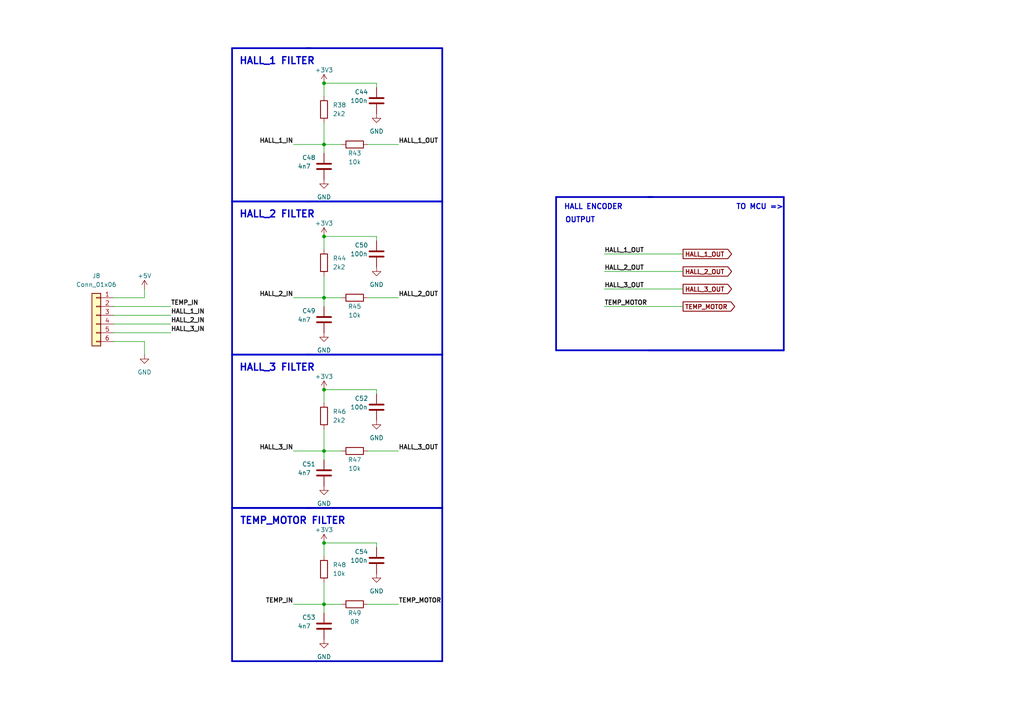
<source format=kicad_sch>
(kicad_sch (version 20230121) (generator eeschema)
  (paper "A4")
  (lib_symbols
    (symbol "Connector_Generic:Conn_01x06" (pin_names (offset 1.016) hide)
      (property "Reference" "J" (at 0 7.62 0))
      (property "Value" "Conn_01x06" (at 0 -10.16 0))
      (symbol "Conn_01x06_1_1"
        (rectangle (start -1.27 -7.493) (end 0 -7.747) (stroke (width 0.1524)))
        (rectangle (start -1.27 -4.953) (end 0 -5.207) (stroke (width 0.1524)))
        (rectangle (start -1.27 -2.413) (end 0 -2.667) (stroke (width 0.1524)))
        (rectangle (start -1.27 0.127) (end 0 -0.127) (stroke (width 0.1524)))
        (rectangle (start -1.27 2.667) (end 0 2.413) (stroke (width 0.1524)))
        (rectangle (start -1.27 5.207) (end 0 4.953) (stroke (width 0.1524)))
        (rectangle (start -1.27 6.35) (end 1.27 -8.89) (stroke (width 0.254)) (fill (type background)))
        (pin passive line (at -5.08 5.08 0) (length 3.81) (name "Pin_1") (number "1"))
        (pin passive line (at -5.08 2.54 0) (length 3.81) (name "Pin_2") (number "2"))
        (pin passive line (at -5.08 0 0) (length 3.81) (name "Pin_3") (number "3"))
        (pin passive line (at -5.08 -2.54 0) (length 3.81) (name "Pin_4") (number "4"))
        (pin passive line (at -5.08 -5.08 0) (length 3.81) (name "Pin_5") (number "5"))
        (pin passive line (at -5.08 -7.62 0) (length 3.81) (name "Pin_6") (number "6"))
      )
    )
    (symbol "Device:C" (pin_numbers hide) (pin_names (offset 0.254))
      (property "Reference" "C" (at 0.635 2.54 0))
      (property "Value" "C" (at 0.635 -2.54 0))
      (symbol "C_0_1"
        (polyline (pts (xy -2.032 -0.762) (xy 2.032 -0.762)) (stroke (width 0.508)))
        (polyline (pts (xy -2.032 0.762) (xy 2.032 0.762)) (stroke (width 0.508)))
      )
      (symbol "C_1_1"
        (pin passive line (at 0 3.81 270) (length 2.794) (name "~") (number "1"))
        (pin passive line (at 0 -3.81 90) (length 2.794) (name "~") (number "2"))
      )
    )
    (symbol "Device:R" (pin_numbers hide) (pin_names (offset 0))
      (property "Reference" "R" (at 2.032 0 90))
      (property "Value" "R" (at 0 0 90))
      (symbol "R_0_1"
        (rectangle (start -1.016 -2.54) (end 1.016 2.54) (stroke (width 0.254)))
      )
      (symbol "R_1_1"
        (pin passive line (at 0 3.81 270) (length 1.27) (name "~") (number "1"))
        (pin passive line (at 0 -3.81 90) (length 1.27) (name "~") (number "2"))
      )
    )
    (symbol "power:+3V3" (power) (pin_names (offset 0))
      (property "Value" "+3V3" (at 0 3.556 0))
      (symbol "+3V3_0_1"
        (polyline (pts (xy -0.762 1.27) (xy 0 2.54)))
        (polyline (pts (xy 0 0) (xy 0 2.54)))
        (polyline (pts (xy 0 2.54) (xy 0.762 1.27)))
      )
      (symbol "+3V3_1_1"
        (pin power_in line (at 0 0 90) (length 0) hide (name "+3V3") (number "1"))
      )
    )
    (symbol "power:+5V" (power) (pin_names (offset 0))
      (property "Value" "+5V" (at 0 3.556 0))
      (symbol "+5V_0_1"
        (polyline (pts (xy -0.762 1.27) (xy 0 2.54)))
        (polyline (pts (xy 0 0) (xy 0 2.54)))
        (polyline (pts (xy 0 2.54) (xy 0.762 1.27)))
      )
      (symbol "+5V_1_1"
        (pin power_in line (at 0 0 90) (length 0) hide (name "+5V") (number "1"))
      )
    )
    (symbol "power:GND" (power) (pin_names (offset 0))
      (property "Value" "GND" (at 0 -3.81 0))
      (symbol "GND_0_1"
        (polyline (pts (xy 0 0) (xy 0 -1.27) (xy 1.27 -1.27) (xy 0 -2.54) (xy -1.27 -1.27) (xy 0 -1.27)))
      )
      (symbol "GND_1_1"
        (pin power_in line (at 0 0 270) (length 0) hide (name "GND") (number "1"))
      )
    )
  )
  (junction (at 93.98 113.03))
  (junction (at 93.98 24.13))
  (junction (at 93.98 130.81))
  (junction (at 93.98 68.58))
  (junction (at 93.98 157.48))
  (junction (at 93.98 86.36))
  (junction (at 93.98 175.26))
  (junction (at 93.98 41.91))
  (polyline (pts (xy 128.27 58.42) (xy 67.31 58.42)) (stroke (width 0.5)))
  (wire (pts (xy 175.26 88.9) (xy 198.12 88.9)))
  (wire (pts (xy 93.98 175.26) (xy 85.09 175.26)))
  (polyline (pts (xy 161.29 101.6) (xy 161.29 57.15)) (stroke (width 0.5)))
  (wire (pts (xy 109.22 157.48) (xy 93.98 157.48)))
  (wire (pts (xy 93.98 24.13) (xy 93.98 27.94)))
  (wire (pts (xy 106.68 41.91) (xy 115.57 41.91)))
  (wire (pts (xy 99.06 86.36) (xy 93.98 86.36)))
  (polyline (pts (xy 67.31 147.32) (xy 90.17 147.32)) (stroke (width 0.5)))
  (wire (pts (xy 93.98 86.36) (xy 85.09 86.36)))
  (wire (pts (xy 41.91 102.87) (xy 41.91 99.06)))
  (polyline (pts (xy 88.9 102.87) (xy 128.27 102.87)) (stroke (width 0.5)))
  (wire (pts (xy 175.26 78.74) (xy 198.12 78.74)))
  (polyline (pts (xy 161.29 57.15) (xy 189.23 57.15)) (stroke (width 0.5)))
  (polyline (pts (xy 67.31 58.42) (xy 67.31 13.97)) (stroke (width 0.5)))
  (wire (pts (xy 93.98 157.48) (xy 93.98 161.29)))
  (wire (pts (xy 93.98 113.03) (xy 93.98 116.84)))
  (wire (pts (xy 109.22 25.4) (xy 109.22 24.13)))
  (wire (pts (xy 93.98 86.36) (xy 93.98 88.9)))
  (wire (pts (xy 106.68 175.26) (xy 115.57 175.26)))
  (wire (pts (xy 33.02 99.06) (xy 41.91 99.06)))
  (wire (pts (xy 41.91 83.82) (xy 41.91 86.36)))
  (polyline (pts (xy 227.33 57.15) (xy 227.33 101.6)) (stroke (width 0.5)))
  (wire (pts (xy 175.26 73.66) (xy 198.12 73.66)))
  (wire (pts (xy 93.98 175.26) (xy 93.98 177.8)))
  (polyline (pts (xy 128.27 13.97) (xy 128.27 58.42)) (stroke (width 0.5)))
  (wire (pts (xy 33.02 96.52) (xy 49.53 96.52)))
  (wire (pts (xy 93.98 130.81) (xy 85.09 130.81)))
  (wire (pts (xy 106.68 86.36) (xy 115.57 86.36)))
  (wire (pts (xy 93.98 41.91) (xy 85.09 41.91)))
  (polyline (pts (xy 88.9 58.42) (xy 128.27 58.42)) (stroke (width 0.5)))
  (polyline (pts (xy 128.27 147.32) (xy 67.31 147.32)) (stroke (width 0.5)))
  (wire (pts (xy 93.98 41.91) (xy 93.98 44.45)))
  (polyline (pts (xy 128.27 102.87) (xy 128.27 147.32)) (stroke (width 0.5)))
  (wire (pts (xy 93.98 124.46) (xy 93.98 130.81)))
  (polyline (pts (xy 67.31 58.42) (xy 90.17 58.42)) (stroke (width 0.5)))
  (wire (pts (xy 99.06 130.81) (xy 93.98 130.81)))
  (wire (pts (xy 109.22 69.85) (xy 109.22 68.58)))
  (polyline (pts (xy 67.31 102.87) (xy 90.17 102.87)) (stroke (width 0.5)))
  (wire (pts (xy 109.22 114.3) (xy 109.22 113.03)))
  (wire (pts (xy 33.02 91.44) (xy 49.53 91.44)))
  (wire (pts (xy 99.06 41.91) (xy 93.98 41.91)))
  (polyline (pts (xy 227.33 101.6) (xy 161.29 101.6)) (stroke (width 0.5)))
  (polyline (pts (xy 187.96 101.6) (xy 227.33 101.6)) (stroke (width 0.5)))
  (polyline (pts (xy 67.31 191.77) (xy 67.31 147.32)) (stroke (width 0.5)))
  (wire (pts (xy 93.98 68.58) (xy 93.98 72.39)))
  (wire (pts (xy 33.02 88.9) (xy 49.53 88.9)))
  (wire (pts (xy 109.22 68.58) (xy 93.98 68.58)))
  (wire (pts (xy 175.26 83.82) (xy 198.12 83.82)))
  (wire (pts (xy 109.22 24.13) (xy 93.98 24.13)))
  (wire (pts (xy 33.02 93.98) (xy 49.53 93.98)))
  (polyline (pts (xy 67.31 102.87) (xy 67.31 58.42)) (stroke (width 0.5)))
  (wire (pts (xy 99.06 175.26) (xy 93.98 175.26)))
  (wire (pts (xy 109.22 158.75) (xy 109.22 157.48)))
  (polyline (pts (xy 88.9 13.97) (xy 128.27 13.97)) (stroke (width 0.5)))
  (polyline (pts (xy 128.27 58.42) (xy 128.27 102.87)) (stroke (width 0.5)))
  (polyline (pts (xy 128.27 147.32) (xy 128.27 191.77)) (stroke (width 0.5)))
  (polyline (pts (xy 128.27 191.77) (xy 67.31 191.77)) (stroke (width 0.5)))
  (polyline (pts (xy 67.31 13.97) (xy 90.17 13.97)) (stroke (width 0.5)))
  (wire (pts (xy 93.98 80.01) (xy 93.98 86.36)))
  (wire (pts (xy 93.98 35.56) (xy 93.98 41.91)))
  (wire (pts (xy 93.98 130.81) (xy 93.98 133.35)))
  (wire (pts (xy 93.98 168.91) (xy 93.98 175.26)))
  (wire (pts (xy 33.02 86.36) (xy 41.91 86.36)))
  (polyline (pts (xy 187.96 57.15) (xy 227.33 57.15)) (stroke (width 0.5)))
  (polyline (pts (xy 67.31 147.32) (xy 67.31 102.87)) (stroke (width 0.5)))
  (wire (pts (xy 109.22 113.03) (xy 93.98 113.03)))
  (wire (pts (xy 106.68 130.81) (xy 115.57 130.81)))
  (polyline (pts (xy 128.27 102.87) (xy 67.31 102.87)) (stroke (width 0.5)))
  (polyline (pts (xy 88.9 147.32) (xy 128.27 147.32)) (stroke (width 0.5)))
  (text "TEMP_MOTOR FILTER\n\n\n" (at 100.33 158.75 0) (effects (font (size 2 2) bold) (justify right bottom)))
  (text "OUTPUT" (at 172.72 64.77 0) (effects (font (size 1.5 1.5) bold) (justify right bottom)))
  (text "HALL_3 FILTER\n\n\n" (at 91.44 114.3 0) (effects (font (size 2 2) bold) (justify right bottom)))
  (text "HALL ENCODER                             TO MCU =>\n" (at 227.33 60.96 0) (effects (font (size 1.5 1.5) bold) (justify right bottom)))
  (text "HALL_2 FILTER\n\n\n" (at 91.44 69.85 0) (effects (font (size 2 2) bold) (justify right bottom)))
  (text "HALL_1 FILTER\n\n\n" (at 91.44 25.4 0) (effects (font (size 2 2) bold) (justify right bottom)))
  (label "HALL_1_IN" (at 49.53 91.44 0) (effects (font bold)))
  (label "HALL_2_OUT" (at 115.57 86.36 0) (effects (font bold)))
  (label "HALL_1_OUT" (at 115.57 41.91 0) (effects (font bold)))
  (label "HALL_2_OUT" (at 175.26 78.74 0) (effects (font bold)))
  (label "TEMP_MOTOR" (at 115.57 175.26 0) (effects (font bold)))
  (label "HALL_3_OUT" (at 115.57 130.81 0) (effects (font bold)))
  (label "HALL_1_IN" (at 85.09 41.91 180) (effects (font bold)))
  (label "TEMP_IN" (at 85.09 175.26 180) (effects (font bold)))
  (label "HALL_1_OUT" (at 175.26 73.66 0) (effects (font bold)))
  (label "HALL_3_IN" (at 85.09 130.81 180) (effects (font bold)))
  (label "TEMP_MOTOR" (at 175.26 88.9 0) (effects (font bold)))
  (label "HALL_2_IN" (at 85.09 86.36 180) (effects (font bold)))
  (label "TEMP_IN" (at 49.53 88.9 0) (effects (font bold)))
  (label "HALL_3_OUT" (at 175.26 83.82 0) (effects (font bold)))
  (label "HALL_2_IN" (at 49.53 93.98 0) (effects (font bold)))
  (label "HALL_3_IN" (at 49.53 96.52 0) (effects (font bold)))
  (global_label "TEMP_MOTOR" (shape output) (at 198.12 88.9 0) (effects (font bold)) (property "Intersheetrefs" "${INTERSHEET_REFS}" (effects hide)))
  (global_label "HALL_3_OUT" (shape output) (at 198.12 83.82 0) (effects (font bold)) (property "Intersheetrefs" "${INTERSHEET_REFS}" (effects hide)))
  (global_label "HALL_1_OUT" (shape output) (at 198.12 73.66 0) (effects (font bold)) (property "Intersheetrefs" "${INTERSHEET_REFS}" (effects hide)))
  (global_label "HALL_2_OUT" (shape output) (at 198.12 78.74 0) (effects (font bold)) (property "Intersheetrefs" "${INTERSHEET_REFS}" (effects hide)))
  (symbol (lib_id "power:+3V3") (at 93.98 68.58 0) (unit 1)
    (property "Reference" "#PWR068" (effects hide))
    (property "Value" "+3V3" (at 93.98 64.77 0))
  )
  (symbol (lib_id "Device:R") (at 93.98 76.2 0) (unit 1)
    (property "Reference" "R44" (at 96.52 74.93 0) (effects (justify left)))
    (property "Value" "2k2" (at 96.52 77.47 0) (effects (justify left)))
  )
  (symbol (lib_id "power:GND") (at 109.22 166.37 0) (unit 1)
    (property "Reference" "#PWR076" (effects hide))
    (property "Value" "GND" (at 109.22 171.45 0))
  )
  (symbol (lib_id "Device:C") (at 109.22 118.11 0) (unit 1)
    (property "Reference" "C52" (at 102.87 115.57 0) (effects (justify left)))
    (property "Value" "100n" (at 101.6 118.11 0) (effects (justify left)))
  )
  (symbol (lib_id "Device:C") (at 109.22 29.21 0) (unit 1)
    (property "Reference" "C44" (at 102.87 26.67 0) (effects (justify left)))
    (property "Value" "100n" (at 101.6 29.21 0) (effects (justify left)))
  )
  (symbol (lib_id "power:GND") (at 41.91 102.87 0) (unit 1)
    (property "Reference" "#PWR055" (effects hide))
    (property "Value" "GND" (at 41.91 107.95 0))
  )
  (symbol (lib_id "power:GND") (at 93.98 52.07 0) (unit 1)
    (property "Reference" "#PWR067" (effects hide))
    (property "Value" "GND" (at 93.98 57.15 0))
  )
  (symbol (lib_id "Device:C") (at 109.22 73.66 0) (unit 1)
    (property "Reference" "C50" (at 102.87 71.12 0) (effects (justify left)))
    (property "Value" "100n" (at 101.6 73.66 0) (effects (justify left)))
  )
  (symbol (lib_id "Device:C") (at 93.98 48.26 0) (unit 1)
    (property "Reference" "C48" (at 87.63 45.72 0) (effects (justify left)))
    (property "Value" "4n7" (at 86.36 48.26 0) (effects (justify left)))
  )
  (symbol (lib_id "power:+5V") (at 41.91 83.82 0) (unit 1)
    (property "Reference" "#PWR054" (effects hide))
    (property "Value" "+5V" (at 41.91 80.01 0))
  )
  (symbol (lib_id "power:GND") (at 93.98 96.52 0) (unit 1)
    (property "Reference" "#PWR069" (effects hide))
    (property "Value" "GND" (at 93.98 101.6 0))
  )
  (symbol (lib_id "power:+3V3") (at 93.98 157.48 0) (unit 1)
    (property "Reference" "#PWR074" (effects hide))
    (property "Value" "+3V3" (at 93.98 153.67 0))
  )
  (symbol (lib_id "Device:R") (at 102.87 175.26 90) (unit 1)
    (property "Reference" "R49" (at 102.87 177.8 90))
    (property "Value" "0R" (at 102.87 180.34 90))
  )
  (symbol (lib_id "Device:R") (at 102.87 86.36 90) (unit 1)
    (property "Reference" "R45" (at 102.87 88.9 90))
    (property "Value" "10k" (at 102.87 91.44 90))
  )
  (symbol (lib_id "power:GND") (at 109.22 33.02 0) (unit 1)
    (property "Reference" "#PWR066" (effects hide))
    (property "Value" "GND" (at 109.22 38.1 0))
  )
  (symbol (lib_id "power:GND") (at 109.22 121.92 0) (unit 1)
    (property "Reference" "#PWR073" (effects hide))
    (property "Value" "GND" (at 109.22 127 0))
  )
  (symbol (lib_id "Device:R") (at 93.98 120.65 0) (unit 1)
    (property "Reference" "R46" (at 96.52 119.38 0) (effects (justify left)))
    (property "Value" "2k2" (at 96.52 121.92 0) (effects (justify left)))
  )
  (symbol (lib_id "Device:C") (at 109.22 162.56 0) (unit 1)
    (property "Reference" "C54" (at 102.87 160.02 0) (effects (justify left)))
    (property "Value" "100n" (at 101.6 162.56 0) (effects (justify left)))
  )
  (symbol (lib_id "Connector_Generic:Conn_01x06") (at 27.94 91.44 0) (mirror y) (unit 1)
    (property "Reference" "J8" (at 27.94 80.01 0))
    (property "Value" "Conn_01x06" (at 27.94 82.55 0))
  )
  (symbol (lib_id "Device:R") (at 93.98 165.1 0) (unit 1)
    (property "Reference" "R48" (at 96.52 163.83 0) (effects (justify left)))
    (property "Value" "10k" (at 96.52 166.37 0) (effects (justify left)))
  )
  (symbol (lib_id "Device:C") (at 93.98 137.16 0) (unit 1)
    (property "Reference" "C51" (at 87.63 134.62 0) (effects (justify left)))
    (property "Value" "4n7" (at 86.36 137.16 0) (effects (justify left)))
  )
  (symbol (lib_id "power:+3V3") (at 93.98 24.13 0) (unit 1)
    (property "Reference" "#PWR056" (effects hide))
    (property "Value" "+3V3" (at 93.98 20.32 0))
  )
  (symbol (lib_id "power:GND") (at 109.22 77.47 0) (unit 1)
    (property "Reference" "#PWR070" (effects hide))
    (property "Value" "GND" (at 109.22 82.55 0))
  )
  (symbol (lib_id "Device:R") (at 93.98 31.75 0) (unit 1)
    (property "Reference" "R38" (at 96.52 30.48 0) (effects (justify left)))
    (property "Value" "2k2" (at 96.52 33.02 0) (effects (justify left)))
  )
  (symbol (lib_id "Device:R") (at 102.87 130.81 90) (unit 1)
    (property "Reference" "R47" (at 102.87 133.35 90))
    (property "Value" "10k" (at 102.87 135.89 90))
  )
  (symbol (lib_id "Device:C") (at 93.98 181.61 0) (unit 1)
    (property "Reference" "C53" (at 87.63 179.07 0) (effects (justify left)))
    (property "Value" "4n7" (at 86.36 181.61 0) (effects (justify left)))
  )
  (symbol (lib_id "power:GND") (at 93.98 185.42 0) (unit 1)
    (property "Reference" "#PWR075" (effects hide))
    (property "Value" "GND" (at 93.98 190.5 0))
  )
  (symbol (lib_id "Device:C") (at 93.98 92.71 0) (unit 1)
    (property "Reference" "C49" (at 87.63 90.17 0) (effects (justify left)))
    (property "Value" "4n7" (at 86.36 92.71 0) (effects (justify left)))
  )
  (symbol (lib_id "power:GND") (at 93.98 140.97 0) (unit 1)
    (property "Reference" "#PWR072" (effects hide))
    (property "Value" "GND" (at 93.98 146.05 0))
  )
  (symbol (lib_id "Device:R") (at 102.87 41.91 90) (unit 1)
    (property "Reference" "R43" (at 102.87 44.45 90))
    (property "Value" "10k" (at 102.87 46.99 90))
  )
  (symbol (lib_id "power:+3V3") (at 93.98 113.03 0) (unit 1)
    (property "Reference" "#PWR071" (effects hide))
    (property "Value" "+3V3" (at 93.98 109.22 0))
  )
)
</source>
